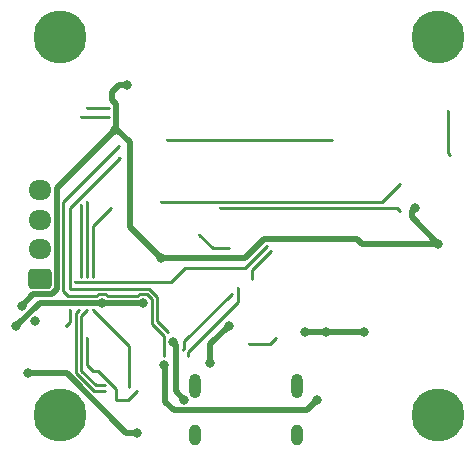
<source format=gbl>
G04 #@! TF.GenerationSoftware,KiCad,Pcbnew,7.0.6*
G04 #@! TF.CreationDate,2025-04-22T09:08:53+02:00*
G04 #@! TF.ProjectId,Stepper ESPother3v3reg,53746570-7065-4722-9045-53506f746865,rev?*
G04 #@! TF.SameCoordinates,Original*
G04 #@! TF.FileFunction,Copper,L2,Bot*
G04 #@! TF.FilePolarity,Positive*
%FSLAX46Y46*%
G04 Gerber Fmt 4.6, Leading zero omitted, Abs format (unit mm)*
G04 Created by KiCad (PCBNEW 7.0.6) date 2025-04-22 09:08:53*
%MOMM*%
%LPD*%
G01*
G04 APERTURE LIST*
G04 Aperture macros list*
%AMRoundRect*
0 Rectangle with rounded corners*
0 $1 Rounding radius*
0 $2 $3 $4 $5 $6 $7 $8 $9 X,Y pos of 4 corners*
0 Add a 4 corners polygon primitive as box body*
4,1,4,$2,$3,$4,$5,$6,$7,$8,$9,$2,$3,0*
0 Add four circle primitives for the rounded corners*
1,1,$1+$1,$2,$3*
1,1,$1+$1,$4,$5*
1,1,$1+$1,$6,$7*
1,1,$1+$1,$8,$9*
0 Add four rect primitives between the rounded corners*
20,1,$1+$1,$2,$3,$4,$5,0*
20,1,$1+$1,$4,$5,$6,$7,0*
20,1,$1+$1,$6,$7,$8,$9,0*
20,1,$1+$1,$8,$9,$2,$3,0*%
G04 Aperture macros list end*
G04 #@! TA.AperFunction,ComponentPad*
%ADD10RoundRect,0.250000X0.725000X-0.600000X0.725000X0.600000X-0.725000X0.600000X-0.725000X-0.600000X0*%
G04 #@! TD*
G04 #@! TA.AperFunction,ComponentPad*
%ADD11O,1.950000X1.700000*%
G04 #@! TD*
G04 #@! TA.AperFunction,ComponentPad*
%ADD12O,1.000000X2.100000*%
G04 #@! TD*
G04 #@! TA.AperFunction,ComponentPad*
%ADD13O,1.000000X1.800000*%
G04 #@! TD*
G04 #@! TA.AperFunction,ViaPad*
%ADD14C,0.800000*%
G04 #@! TD*
G04 #@! TA.AperFunction,ViaPad*
%ADD15C,4.500000*%
G04 #@! TD*
G04 #@! TA.AperFunction,ViaPad*
%ADD16C,0.300000*%
G04 #@! TD*
G04 #@! TA.AperFunction,Conductor*
%ADD17C,0.500000*%
G04 #@! TD*
G04 #@! TA.AperFunction,Conductor*
%ADD18C,0.250000*%
G04 #@! TD*
G04 APERTURE END LIST*
D10*
X93000000Y-66000000D03*
D11*
X93000000Y-63500000D03*
X93000000Y-61000000D03*
X93000000Y-58500000D03*
D12*
X106110000Y-75050000D03*
D13*
X106110000Y-79250000D03*
D12*
X114750000Y-75050000D03*
D13*
X114750000Y-79250000D03*
D14*
X120500000Y-70500000D03*
D15*
X126750000Y-45500000D03*
X126750000Y-77500000D03*
X94750000Y-77500000D03*
X94750000Y-45500000D03*
D16*
X111000500Y-66000000D03*
X112603201Y-63603201D03*
D14*
X115500000Y-70500000D03*
D16*
X97500000Y-73750000D03*
D14*
X117250500Y-70500000D03*
X104277341Y-71372659D03*
D16*
X99500000Y-76250000D03*
X110750000Y-71500000D03*
X101250000Y-75500000D03*
D14*
X105250000Y-76250000D03*
D16*
X97000000Y-71000000D03*
X113000000Y-71000000D03*
D14*
X98275499Y-68000000D03*
X107459140Y-73139500D03*
X92000000Y-74000000D03*
X101750000Y-68000000D03*
X101250000Y-79000000D03*
X91000000Y-70000000D03*
X109000000Y-70000000D03*
X91500000Y-68250000D03*
X99375000Y-53375000D03*
X103500000Y-73249503D03*
X126750000Y-63000000D03*
X92600688Y-69600688D03*
X103250000Y-64250000D03*
X100411789Y-49589267D03*
X124750000Y-60000000D03*
X116500000Y-76250000D03*
D16*
X127750000Y-55500000D03*
X127600000Y-51750000D03*
X117750000Y-54250000D03*
X103750000Y-54250000D03*
X105099500Y-72000000D03*
X109250000Y-67250000D03*
X112250000Y-63250000D03*
X96000000Y-66250000D03*
X95585523Y-68664477D03*
X95250000Y-70000000D03*
X103250000Y-59500000D03*
X123500000Y-58000000D03*
X123500000Y-60250000D03*
X108250000Y-59974500D03*
X98500000Y-75000000D03*
X98849014Y-51500000D03*
X97000000Y-65799500D03*
X97000000Y-59500000D03*
X97000000Y-68599500D03*
X97000000Y-51500000D03*
X96500000Y-65799500D03*
X98500000Y-75500000D03*
X96500000Y-52250000D03*
X96500000Y-59750000D03*
X98849500Y-52250000D03*
X96329365Y-68599089D03*
X106500000Y-62250000D03*
X109774500Y-66750000D03*
X109000000Y-63393246D03*
X105574000Y-72500000D03*
X99000000Y-60000000D03*
X100585523Y-75164477D03*
X97500000Y-65799500D03*
X97500000Y-68599500D03*
X103500000Y-72500000D03*
X99750000Y-54750000D03*
X103854027Y-70508076D03*
X99750000Y-55750000D03*
D17*
X124500000Y-60750000D02*
X124500000Y-60250000D01*
X126750000Y-63000000D02*
X124500000Y-60750000D01*
X110401471Y-64250000D02*
X103250000Y-64250000D01*
X112001471Y-62650000D02*
X110401471Y-64250000D01*
X119900000Y-62650000D02*
X112001471Y-62650000D01*
X120250000Y-63000000D02*
X119900000Y-62650000D01*
X126750000Y-63000000D02*
X120250000Y-63000000D01*
X124500000Y-60250000D02*
X124750000Y-60000000D01*
X120500000Y-70500000D02*
X117250500Y-70500000D01*
X115500000Y-70500000D02*
X117250500Y-70500000D01*
D18*
X112603201Y-63603201D02*
X111000500Y-65205902D01*
D17*
X104277341Y-71372659D02*
X104500000Y-71595318D01*
X104500000Y-75500000D02*
X105250000Y-76250000D01*
D18*
X100500000Y-76250000D02*
X99500000Y-76250000D01*
X97921752Y-73750000D02*
X99500000Y-75328248D01*
X99500000Y-75328248D02*
X99500000Y-76250000D01*
X112500000Y-71500000D02*
X113000000Y-71000000D01*
D17*
X104500000Y-71595318D02*
X104500000Y-75500000D01*
D18*
X110750000Y-71500000D02*
X112500000Y-71500000D01*
X97500000Y-73750000D02*
X97921752Y-73750000D01*
X101250000Y-75500000D02*
X100500000Y-76250000D01*
X97000000Y-73250000D02*
X97500000Y-73750000D01*
X111000500Y-65205902D02*
X111000500Y-66000000D01*
X97000000Y-71000000D02*
X97000000Y-73250000D01*
D17*
X107459140Y-71540860D02*
X109000000Y-70000000D01*
X101750000Y-68000000D02*
X98275499Y-68000000D01*
X98275499Y-68000000D02*
X93000000Y-68000000D01*
X95300431Y-74000000D02*
X100300431Y-79000000D01*
X100300431Y-79000000D02*
X101250000Y-79000000D01*
X92000000Y-74000000D02*
X95300431Y-74000000D01*
X93000000Y-68000000D02*
X91000000Y-70000000D01*
X107459140Y-73139500D02*
X107459140Y-71540860D01*
X99577082Y-53375000D02*
X100612299Y-54410217D01*
X99449014Y-51150389D02*
X99150000Y-50851375D01*
X99375000Y-53375000D02*
X99449014Y-53300986D01*
D18*
X103500000Y-73249503D02*
X103650500Y-73400003D01*
D17*
X104350000Y-77100000D02*
X115650000Y-77100000D01*
X94014949Y-67300000D02*
X92450000Y-67300000D01*
X99150000Y-50851375D02*
X99150000Y-50147918D01*
X100612299Y-54410217D02*
X100612299Y-61612299D01*
X103650500Y-76400500D02*
X104350000Y-77100000D01*
X103650500Y-73400003D02*
X103650500Y-76400500D01*
X94425000Y-66889949D02*
X94014949Y-67300000D01*
X115650000Y-77100000D02*
X116500000Y-76250000D01*
X99375000Y-53375000D02*
X94425000Y-58325000D01*
X99449014Y-53300986D02*
X99449014Y-51150389D01*
X92450000Y-67300000D02*
X91500000Y-68250000D01*
X94425000Y-58325000D02*
X94425000Y-66889949D01*
X100612299Y-61612299D02*
X103250000Y-64250000D01*
X99375000Y-53375000D02*
X99577082Y-53375000D01*
X99708651Y-49589267D02*
X100411789Y-49589267D01*
X99150000Y-50147918D02*
X99708651Y-49589267D01*
D18*
X127600000Y-55350000D02*
X127600000Y-51750000D01*
X127750000Y-55500000D02*
X127600000Y-55350000D01*
X103750000Y-54250000D02*
X117750000Y-54250000D01*
X105225000Y-71275000D02*
X105225000Y-71874500D01*
X109250000Y-67250000D02*
X105225000Y-71275000D01*
X105225000Y-71874500D02*
X105099500Y-72000000D01*
X95250000Y-70000000D02*
X95585523Y-69664477D01*
X105326328Y-65075000D02*
X104126828Y-66274500D01*
X96024500Y-66274500D02*
X96000000Y-66250000D01*
X112250000Y-63250000D02*
X110425000Y-65075000D01*
X95585523Y-69664477D02*
X95585523Y-68664477D01*
X104126828Y-66274500D02*
X96024500Y-66274500D01*
X110425000Y-65075000D02*
X105326328Y-65075000D01*
X103250000Y-59500000D02*
X122000000Y-59500000D01*
X122000000Y-59500000D02*
X123500000Y-58000000D01*
X123224500Y-59974500D02*
X123500000Y-60250000D01*
X108250000Y-59974500D02*
X123224500Y-59974500D01*
X97000000Y-61328248D02*
X97000000Y-59500000D01*
X97000000Y-51500000D02*
X98849014Y-51500000D01*
X98500000Y-75000000D02*
X97750000Y-75000000D01*
X96500000Y-69099500D02*
X97000000Y-68599500D01*
X96500000Y-73750000D02*
X96500000Y-69099500D01*
X97000000Y-65799500D02*
X97000000Y-61328248D01*
X97750000Y-75000000D02*
X96500000Y-73750000D01*
X96500000Y-52250000D02*
X98849500Y-52250000D01*
X96500000Y-65799500D02*
X96500000Y-59750000D01*
X96050000Y-73936396D02*
X96050000Y-68878454D01*
X96050000Y-68878454D02*
X96329365Y-68599089D01*
X97613604Y-75500000D02*
X96050000Y-73936396D01*
X98500000Y-75500000D02*
X97613604Y-75500000D01*
X109774500Y-66750000D02*
X109774500Y-67975500D01*
X105574000Y-72176000D02*
X105574000Y-72500000D01*
X107643246Y-63393246D02*
X106500000Y-62250000D01*
X109000000Y-63393246D02*
X107643246Y-63393246D01*
X109774500Y-67975500D02*
X105574000Y-72176000D01*
X97500000Y-68599500D02*
X100585523Y-71685023D01*
X97500000Y-65799500D02*
X97500000Y-61500000D01*
X97500000Y-61500000D02*
X99000000Y-60000000D01*
X100585523Y-71685023D02*
X100585523Y-75164477D01*
X102475000Y-67699695D02*
X102050305Y-67275000D01*
X101299695Y-67425000D02*
X98725804Y-67425000D01*
X103424199Y-70750000D02*
X103500000Y-70825801D01*
X98575804Y-67275000D02*
X97975194Y-67275000D01*
X97975194Y-67275000D02*
X97825194Y-67425000D01*
X102475000Y-68300305D02*
X102475000Y-69800801D01*
X95000000Y-59500000D02*
X99750000Y-54750000D01*
X95000000Y-67000000D02*
X95000000Y-59500000D01*
X95425000Y-67425000D02*
X95000000Y-67000000D01*
X97825194Y-67425000D02*
X95425000Y-67425000D01*
X102475000Y-69800801D02*
X103424199Y-70750000D01*
X102475000Y-68300305D02*
X102475000Y-67699695D01*
X103500000Y-70825801D02*
X103500000Y-72500000D01*
X98725804Y-67425000D02*
X98575804Y-67275000D01*
X102050305Y-67275000D02*
X101449695Y-67275000D01*
X101449695Y-67275000D02*
X101299695Y-67425000D01*
X102925000Y-67513299D02*
X102236701Y-66825000D01*
X102236701Y-66825000D02*
X95600000Y-66825000D01*
X103854027Y-70508076D02*
X102925000Y-69579049D01*
X99762299Y-55762299D02*
X99750000Y-55750000D01*
X95525000Y-66750000D02*
X95525000Y-59999598D01*
X102925000Y-69579049D02*
X102925000Y-67513299D01*
X95600000Y-66825000D02*
X95525000Y-66750000D01*
X95525000Y-59999598D02*
X99762299Y-55762299D01*
M02*

</source>
